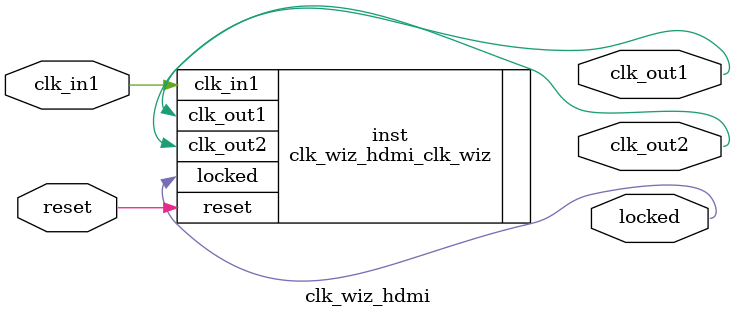
<source format=v>


`timescale 1ps/1ps

(* CORE_GENERATION_INFO = "clk_wiz_hdmi,clk_wiz_v5_4_3_0,{component_name=clk_wiz_hdmi,use_phase_alignment=true,use_min_o_jitter=false,use_max_i_jitter=false,use_dyn_phase_shift=false,use_inclk_switchover=false,use_dyn_reconfig=false,enable_axi=0,feedback_source=FDBK_AUTO,PRIMITIVE=MMCM,num_out_clk=2,clkin1_period=20.000,clkin2_period=10.0,use_power_down=false,use_reset=true,use_locked=true,use_inclk_stopped=false,feedback_type=SINGLE,CLOCK_MGR_TYPE=NA,manual_override=false}" *)

module clk_wiz_hdmi 
 (
  // Clock out ports
  output        clk_out1,
  output        clk_out2,
  // Status and control signals
  input         reset,
  output        locked,
 // Clock in ports
  input         clk_in1
 );

  clk_wiz_hdmi_clk_wiz inst
  (
  // Clock out ports  
  .clk_out1(clk_out1),
  .clk_out2(clk_out2),
  // Status and control signals               
  .reset(reset), 
  .locked(locked),
 // Clock in ports
  .clk_in1(clk_in1)
  );

endmodule

</source>
